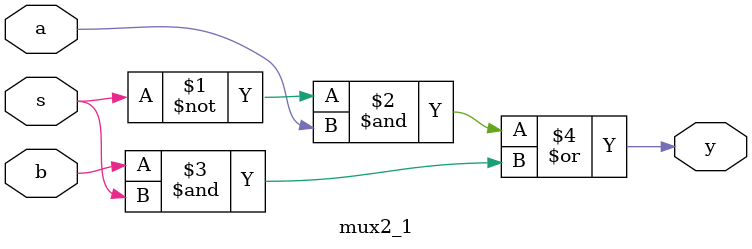
<source format=v>
`timescale 1ns / 1ps


module mux2_1(
    input a,b,s,
    output y
    );
    assign y = (~s & a) | (b&s);
    
endmodule

</source>
